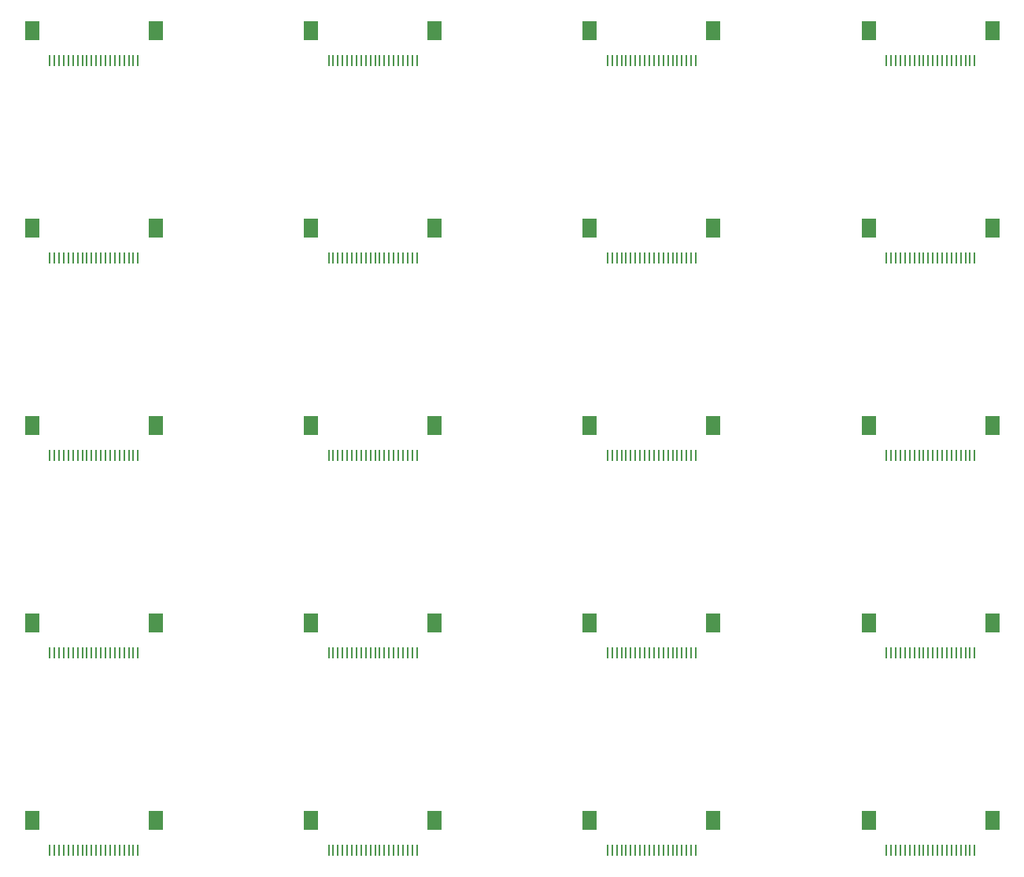
<source format=gbr>
G04 EAGLE Gerber RS-274X export*
G75*
%MOMM*%
%FSLAX34Y34*%
%LPD*%
%INSolderpaste Bottom*%
%IPPOS*%
%AMOC8*
5,1,8,0,0,1.08239X$1,22.5*%
G01*
%ADD10R,0.250000X1.250000*%
%ADD11R,1.650000X2.050000*%


D10*
X52500Y67500D03*
X57500Y67500D03*
X62500Y67500D03*
X67500Y67500D03*
X72500Y67500D03*
X77500Y67500D03*
X82500Y67500D03*
X87500Y67500D03*
X92500Y67500D03*
X97500Y67500D03*
X102500Y67500D03*
X107500Y67500D03*
X112500Y67500D03*
X117500Y67500D03*
X122500Y67500D03*
X127500Y67500D03*
X132500Y67500D03*
X137500Y67500D03*
X142500Y67500D03*
X147500Y67500D03*
D11*
X166500Y100000D03*
X33500Y100000D03*
D10*
X352500Y492500D03*
X357500Y492500D03*
X362500Y492500D03*
X367500Y492500D03*
X372500Y492500D03*
X377500Y492500D03*
X382500Y492500D03*
X387500Y492500D03*
X392500Y492500D03*
X397500Y492500D03*
X402500Y492500D03*
X407500Y492500D03*
X412500Y492500D03*
X417500Y492500D03*
X422500Y492500D03*
X427500Y492500D03*
X432500Y492500D03*
X437500Y492500D03*
X442500Y492500D03*
X447500Y492500D03*
D11*
X466500Y525000D03*
X333500Y525000D03*
D10*
X652500Y492500D03*
X657500Y492500D03*
X662500Y492500D03*
X667500Y492500D03*
X672500Y492500D03*
X677500Y492500D03*
X682500Y492500D03*
X687500Y492500D03*
X692500Y492500D03*
X697500Y492500D03*
X702500Y492500D03*
X707500Y492500D03*
X712500Y492500D03*
X717500Y492500D03*
X722500Y492500D03*
X727500Y492500D03*
X732500Y492500D03*
X737500Y492500D03*
X742500Y492500D03*
X747500Y492500D03*
D11*
X766500Y525000D03*
X633500Y525000D03*
D10*
X952500Y492500D03*
X957500Y492500D03*
X962500Y492500D03*
X967500Y492500D03*
X972500Y492500D03*
X977500Y492500D03*
X982500Y492500D03*
X987500Y492500D03*
X992500Y492500D03*
X997500Y492500D03*
X1002500Y492500D03*
X1007500Y492500D03*
X1012500Y492500D03*
X1017500Y492500D03*
X1022500Y492500D03*
X1027500Y492500D03*
X1032500Y492500D03*
X1037500Y492500D03*
X1042500Y492500D03*
X1047500Y492500D03*
D11*
X1066500Y525000D03*
X933500Y525000D03*
D10*
X52500Y705000D03*
X57500Y705000D03*
X62500Y705000D03*
X67500Y705000D03*
X72500Y705000D03*
X77500Y705000D03*
X82500Y705000D03*
X87500Y705000D03*
X92500Y705000D03*
X97500Y705000D03*
X102500Y705000D03*
X107500Y705000D03*
X112500Y705000D03*
X117500Y705000D03*
X122500Y705000D03*
X127500Y705000D03*
X132500Y705000D03*
X137500Y705000D03*
X142500Y705000D03*
X147500Y705000D03*
D11*
X166500Y737500D03*
X33500Y737500D03*
D10*
X352500Y705000D03*
X357500Y705000D03*
X362500Y705000D03*
X367500Y705000D03*
X372500Y705000D03*
X377500Y705000D03*
X382500Y705000D03*
X387500Y705000D03*
X392500Y705000D03*
X397500Y705000D03*
X402500Y705000D03*
X407500Y705000D03*
X412500Y705000D03*
X417500Y705000D03*
X422500Y705000D03*
X427500Y705000D03*
X432500Y705000D03*
X437500Y705000D03*
X442500Y705000D03*
X447500Y705000D03*
D11*
X466500Y737500D03*
X333500Y737500D03*
D10*
X652500Y705000D03*
X657500Y705000D03*
X662500Y705000D03*
X667500Y705000D03*
X672500Y705000D03*
X677500Y705000D03*
X682500Y705000D03*
X687500Y705000D03*
X692500Y705000D03*
X697500Y705000D03*
X702500Y705000D03*
X707500Y705000D03*
X712500Y705000D03*
X717500Y705000D03*
X722500Y705000D03*
X727500Y705000D03*
X732500Y705000D03*
X737500Y705000D03*
X742500Y705000D03*
X747500Y705000D03*
D11*
X766500Y737500D03*
X633500Y737500D03*
D10*
X952500Y705000D03*
X957500Y705000D03*
X962500Y705000D03*
X967500Y705000D03*
X972500Y705000D03*
X977500Y705000D03*
X982500Y705000D03*
X987500Y705000D03*
X992500Y705000D03*
X997500Y705000D03*
X1002500Y705000D03*
X1007500Y705000D03*
X1012500Y705000D03*
X1017500Y705000D03*
X1022500Y705000D03*
X1027500Y705000D03*
X1032500Y705000D03*
X1037500Y705000D03*
X1042500Y705000D03*
X1047500Y705000D03*
D11*
X1066500Y737500D03*
X933500Y737500D03*
D10*
X52500Y917500D03*
X57500Y917500D03*
X62500Y917500D03*
X67500Y917500D03*
X72500Y917500D03*
X77500Y917500D03*
X82500Y917500D03*
X87500Y917500D03*
X92500Y917500D03*
X97500Y917500D03*
X102500Y917500D03*
X107500Y917500D03*
X112500Y917500D03*
X117500Y917500D03*
X122500Y917500D03*
X127500Y917500D03*
X132500Y917500D03*
X137500Y917500D03*
X142500Y917500D03*
X147500Y917500D03*
D11*
X166500Y950000D03*
X33500Y950000D03*
D10*
X352500Y917500D03*
X357500Y917500D03*
X362500Y917500D03*
X367500Y917500D03*
X372500Y917500D03*
X377500Y917500D03*
X382500Y917500D03*
X387500Y917500D03*
X392500Y917500D03*
X397500Y917500D03*
X402500Y917500D03*
X407500Y917500D03*
X412500Y917500D03*
X417500Y917500D03*
X422500Y917500D03*
X427500Y917500D03*
X432500Y917500D03*
X437500Y917500D03*
X442500Y917500D03*
X447500Y917500D03*
D11*
X466500Y950000D03*
X333500Y950000D03*
D10*
X652500Y917500D03*
X657500Y917500D03*
X662500Y917500D03*
X667500Y917500D03*
X672500Y917500D03*
X677500Y917500D03*
X682500Y917500D03*
X687500Y917500D03*
X692500Y917500D03*
X697500Y917500D03*
X702500Y917500D03*
X707500Y917500D03*
X712500Y917500D03*
X717500Y917500D03*
X722500Y917500D03*
X727500Y917500D03*
X732500Y917500D03*
X737500Y917500D03*
X742500Y917500D03*
X747500Y917500D03*
D11*
X766500Y950000D03*
X633500Y950000D03*
D10*
X352500Y67500D03*
X357500Y67500D03*
X362500Y67500D03*
X367500Y67500D03*
X372500Y67500D03*
X377500Y67500D03*
X382500Y67500D03*
X387500Y67500D03*
X392500Y67500D03*
X397500Y67500D03*
X402500Y67500D03*
X407500Y67500D03*
X412500Y67500D03*
X417500Y67500D03*
X422500Y67500D03*
X427500Y67500D03*
X432500Y67500D03*
X437500Y67500D03*
X442500Y67500D03*
X447500Y67500D03*
D11*
X466500Y100000D03*
X333500Y100000D03*
D10*
X952500Y917500D03*
X957500Y917500D03*
X962500Y917500D03*
X967500Y917500D03*
X972500Y917500D03*
X977500Y917500D03*
X982500Y917500D03*
X987500Y917500D03*
X992500Y917500D03*
X997500Y917500D03*
X1002500Y917500D03*
X1007500Y917500D03*
X1012500Y917500D03*
X1017500Y917500D03*
X1022500Y917500D03*
X1027500Y917500D03*
X1032500Y917500D03*
X1037500Y917500D03*
X1042500Y917500D03*
X1047500Y917500D03*
D11*
X1066500Y950000D03*
X933500Y950000D03*
D10*
X652500Y67500D03*
X657500Y67500D03*
X662500Y67500D03*
X667500Y67500D03*
X672500Y67500D03*
X677500Y67500D03*
X682500Y67500D03*
X687500Y67500D03*
X692500Y67500D03*
X697500Y67500D03*
X702500Y67500D03*
X707500Y67500D03*
X712500Y67500D03*
X717500Y67500D03*
X722500Y67500D03*
X727500Y67500D03*
X732500Y67500D03*
X737500Y67500D03*
X742500Y67500D03*
X747500Y67500D03*
D11*
X766500Y100000D03*
X633500Y100000D03*
D10*
X952500Y67500D03*
X957500Y67500D03*
X962500Y67500D03*
X967500Y67500D03*
X972500Y67500D03*
X977500Y67500D03*
X982500Y67500D03*
X987500Y67500D03*
X992500Y67500D03*
X997500Y67500D03*
X1002500Y67500D03*
X1007500Y67500D03*
X1012500Y67500D03*
X1017500Y67500D03*
X1022500Y67500D03*
X1027500Y67500D03*
X1032500Y67500D03*
X1037500Y67500D03*
X1042500Y67500D03*
X1047500Y67500D03*
D11*
X1066500Y100000D03*
X933500Y100000D03*
D10*
X52500Y280000D03*
X57500Y280000D03*
X62500Y280000D03*
X67500Y280000D03*
X72500Y280000D03*
X77500Y280000D03*
X82500Y280000D03*
X87500Y280000D03*
X92500Y280000D03*
X97500Y280000D03*
X102500Y280000D03*
X107500Y280000D03*
X112500Y280000D03*
X117500Y280000D03*
X122500Y280000D03*
X127500Y280000D03*
X132500Y280000D03*
X137500Y280000D03*
X142500Y280000D03*
X147500Y280000D03*
D11*
X166500Y312500D03*
X33500Y312500D03*
D10*
X352500Y280000D03*
X357500Y280000D03*
X362500Y280000D03*
X367500Y280000D03*
X372500Y280000D03*
X377500Y280000D03*
X382500Y280000D03*
X387500Y280000D03*
X392500Y280000D03*
X397500Y280000D03*
X402500Y280000D03*
X407500Y280000D03*
X412500Y280000D03*
X417500Y280000D03*
X422500Y280000D03*
X427500Y280000D03*
X432500Y280000D03*
X437500Y280000D03*
X442500Y280000D03*
X447500Y280000D03*
D11*
X466500Y312500D03*
X333500Y312500D03*
D10*
X652500Y280000D03*
X657500Y280000D03*
X662500Y280000D03*
X667500Y280000D03*
X672500Y280000D03*
X677500Y280000D03*
X682500Y280000D03*
X687500Y280000D03*
X692500Y280000D03*
X697500Y280000D03*
X702500Y280000D03*
X707500Y280000D03*
X712500Y280000D03*
X717500Y280000D03*
X722500Y280000D03*
X727500Y280000D03*
X732500Y280000D03*
X737500Y280000D03*
X742500Y280000D03*
X747500Y280000D03*
D11*
X766500Y312500D03*
X633500Y312500D03*
D10*
X952500Y280000D03*
X957500Y280000D03*
X962500Y280000D03*
X967500Y280000D03*
X972500Y280000D03*
X977500Y280000D03*
X982500Y280000D03*
X987500Y280000D03*
X992500Y280000D03*
X997500Y280000D03*
X1002500Y280000D03*
X1007500Y280000D03*
X1012500Y280000D03*
X1017500Y280000D03*
X1022500Y280000D03*
X1027500Y280000D03*
X1032500Y280000D03*
X1037500Y280000D03*
X1042500Y280000D03*
X1047500Y280000D03*
D11*
X1066500Y312500D03*
X933500Y312500D03*
D10*
X52500Y492500D03*
X57500Y492500D03*
X62500Y492500D03*
X67500Y492500D03*
X72500Y492500D03*
X77500Y492500D03*
X82500Y492500D03*
X87500Y492500D03*
X92500Y492500D03*
X97500Y492500D03*
X102500Y492500D03*
X107500Y492500D03*
X112500Y492500D03*
X117500Y492500D03*
X122500Y492500D03*
X127500Y492500D03*
X132500Y492500D03*
X137500Y492500D03*
X142500Y492500D03*
X147500Y492500D03*
D11*
X166500Y525000D03*
X33500Y525000D03*
M02*

</source>
